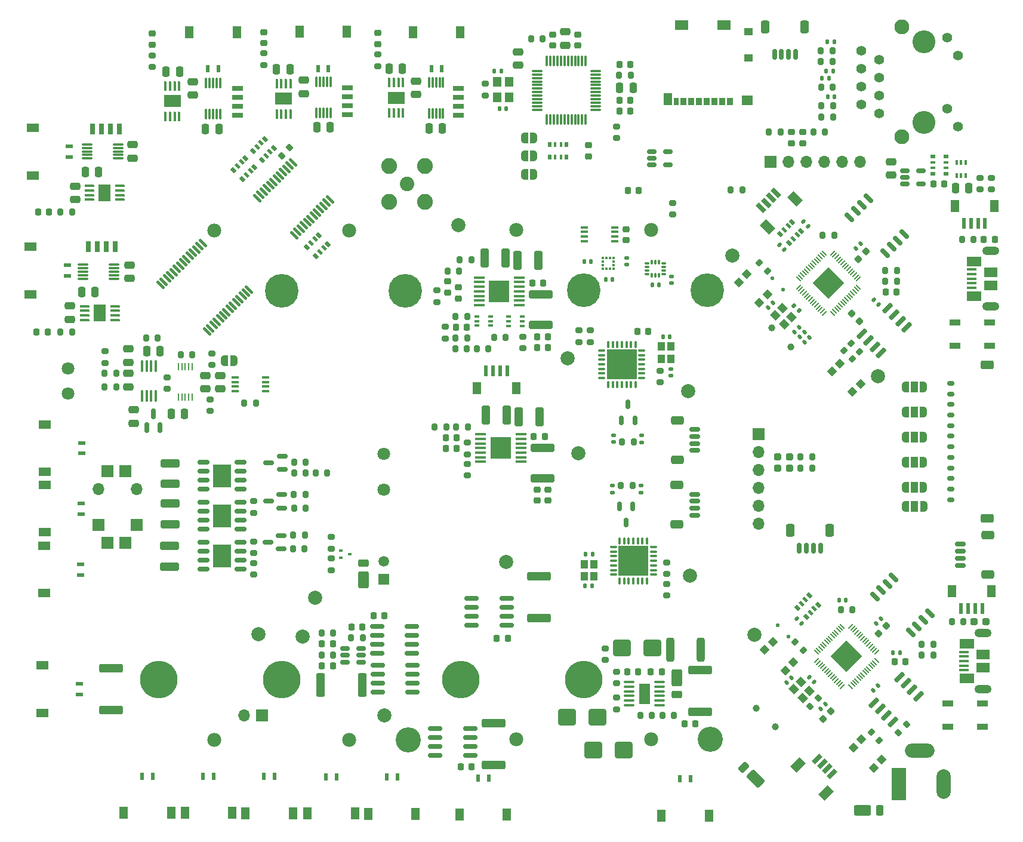
<source format=gbr>
%TF.GenerationSoftware,KiCad,Pcbnew,8.0.2-1*%
%TF.CreationDate,2024-05-28T14:08:19-07:00*%
%TF.ProjectId,flat_sat_dev_board,666c6174-5f73-4617-945f-6465765f626f,rev?*%
%TF.SameCoordinates,Original*%
%TF.FileFunction,Soldermask,Top*%
%TF.FilePolarity,Negative*%
%FSLAX46Y46*%
G04 Gerber Fmt 4.6, Leading zero omitted, Abs format (unit mm)*
G04 Created by KiCad (PCBNEW 8.0.2-1) date 2024-05-28 14:08:19*
%MOMM*%
%LPD*%
G01*
G04 APERTURE LIST*
G04 Aperture macros list*
%AMRoundRect*
0 Rectangle with rounded corners*
0 $1 Rounding radius*
0 $2 $3 $4 $5 $6 $7 $8 $9 X,Y pos of 4 corners*
0 Add a 4 corners polygon primitive as box body*
4,1,4,$2,$3,$4,$5,$6,$7,$8,$9,$2,$3,0*
0 Add four circle primitives for the rounded corners*
1,1,$1+$1,$2,$3*
1,1,$1+$1,$4,$5*
1,1,$1+$1,$6,$7*
1,1,$1+$1,$8,$9*
0 Add four rect primitives between the rounded corners*
20,1,$1+$1,$2,$3,$4,$5,0*
20,1,$1+$1,$4,$5,$6,$7,0*
20,1,$1+$1,$6,$7,$8,$9,0*
20,1,$1+$1,$8,$9,$2,$3,0*%
%AMRotRect*
0 Rectangle, with rotation*
0 The origin of the aperture is its center*
0 $1 length*
0 $2 width*
0 $3 Rotation angle, in degrees counterclockwise*
0 Add horizontal line*
21,1,$1,$2,0,0,$3*%
%AMFreePoly0*
4,1,19,0.550000,-0.750000,0.000000,-0.750000,0.000000,-0.744911,-0.071157,-0.744911,-0.207708,-0.704816,-0.327430,-0.627875,-0.420627,-0.520320,-0.479746,-0.390866,-0.500000,-0.250000,-0.500000,0.250000,-0.479746,0.390866,-0.420627,0.520320,-0.327430,0.627875,-0.207708,0.704816,-0.071157,0.744911,0.000000,0.744911,0.000000,0.750000,0.550000,0.750000,0.550000,-0.750000,0.550000,-0.750000,
$1*%
%AMFreePoly1*
4,1,19,0.000000,0.744911,0.071157,0.744911,0.207708,0.704816,0.327430,0.627875,0.420627,0.520320,0.479746,0.390866,0.500000,0.250000,0.500000,-0.250000,0.479746,-0.390866,0.420627,-0.520320,0.327430,-0.627875,0.207708,-0.704816,0.071157,-0.744911,0.000000,-0.744911,0.000000,-0.750000,-0.550000,-0.750000,-0.550000,0.750000,0.000000,0.750000,0.000000,0.744911,0.000000,0.744911,
$1*%
%AMFreePoly2*
4,1,19,0.500000,-0.750000,0.000000,-0.750000,0.000000,-0.744911,-0.071157,-0.744911,-0.207708,-0.704816,-0.327430,-0.627875,-0.420627,-0.520320,-0.479746,-0.390866,-0.500000,-0.250000,-0.500000,0.250000,-0.479746,0.390866,-0.420627,0.520320,-0.327430,0.627875,-0.207708,0.704816,-0.071157,0.744911,0.000000,0.744911,0.000000,0.750000,0.500000,0.750000,0.500000,-0.750000,0.500000,-0.750000,
$1*%
%AMFreePoly3*
4,1,19,0.000000,0.744911,0.071157,0.744911,0.207708,0.704816,0.327430,0.627875,0.420627,0.520320,0.479746,0.390866,0.500000,0.250000,0.500000,-0.250000,0.479746,-0.390866,0.420627,-0.520320,0.327430,-0.627875,0.207708,-0.704816,0.071157,-0.744911,0.000000,-0.744911,0.000000,-0.750000,-0.500000,-0.750000,-0.500000,0.750000,0.000000,0.750000,0.000000,0.744911,0.000000,0.744911,
$1*%
G04 Aperture macros list end*
%ADD10FreePoly0,180.000000*%
%ADD11R,1.000000X1.500000*%
%ADD12FreePoly1,180.000000*%
%ADD13RoundRect,0.250000X-1.000000X-0.900000X1.000000X-0.900000X1.000000X0.900000X-1.000000X0.900000X0*%
%ADD14RoundRect,0.225000X-0.225000X-0.250000X0.225000X-0.250000X0.225000X0.250000X-0.225000X0.250000X0*%
%ADD15RoundRect,0.150000X0.150000X0.625000X-0.150000X0.625000X-0.150000X-0.625000X0.150000X-0.625000X0*%
%ADD16RoundRect,0.250000X0.350000X0.650000X-0.350000X0.650000X-0.350000X-0.650000X0.350000X-0.650000X0*%
%ADD17RoundRect,0.140000X-0.219203X-0.021213X-0.021213X-0.219203X0.219203X0.021213X0.021213X0.219203X0*%
%ADD18RoundRect,0.200000X-0.335876X-0.053033X-0.053033X-0.335876X0.335876X0.053033X0.053033X0.335876X0*%
%ADD19RoundRect,0.050800X-0.636396X0.000000X0.000000X-0.636396X0.636396X0.000000X0.000000X0.636396X0*%
%ADD20RoundRect,0.200000X0.275000X-0.200000X0.275000X0.200000X-0.275000X0.200000X-0.275000X-0.200000X0*%
%ADD21RoundRect,0.140000X-0.021213X0.219203X-0.219203X0.021213X0.021213X-0.219203X0.219203X-0.021213X0*%
%ADD22R,0.600000X1.000000*%
%ADD23R,1.250000X1.800000*%
%ADD24FreePoly2,0.000000*%
%ADD25FreePoly3,0.000000*%
%ADD26C,2.000000*%
%ADD27C,1.800000*%
%ADD28RoundRect,0.140000X0.140000X0.170000X-0.140000X0.170000X-0.140000X-0.170000X0.140000X-0.170000X0*%
%ADD29RoundRect,0.218750X-0.256250X0.218750X-0.256250X-0.218750X0.256250X-0.218750X0.256250X0.218750X0*%
%ADD30RoundRect,0.200000X-0.275000X0.200000X-0.275000X-0.200000X0.275000X-0.200000X0.275000X0.200000X0*%
%ADD31RoundRect,0.100000X0.225000X0.100000X-0.225000X0.100000X-0.225000X-0.100000X0.225000X-0.100000X0*%
%ADD32RoundRect,0.200000X-0.200000X-0.275000X0.200000X-0.275000X0.200000X0.275000X-0.200000X0.275000X0*%
%ADD33R,1.000000X0.600000*%
%ADD34R,1.800000X1.250000*%
%ADD35RoundRect,0.150000X-0.825000X-0.150000X0.825000X-0.150000X0.825000X0.150000X-0.825000X0.150000X0*%
%ADD36RoundRect,0.140000X-0.170000X0.140000X-0.170000X-0.140000X0.170000X-0.140000X0.170000X0.140000X0*%
%ADD37RoundRect,0.250000X0.950000X0.500000X-0.950000X0.500000X-0.950000X-0.500000X0.950000X-0.500000X0*%
%ADD38RoundRect,0.250000X0.275000X0.500000X-0.275000X0.500000X-0.275000X-0.500000X0.275000X-0.500000X0*%
%ADD39RoundRect,0.100000X0.155000X0.100000X-0.155000X0.100000X-0.155000X-0.100000X0.155000X-0.100000X0*%
%ADD40RoundRect,0.200000X0.335876X0.053033X0.053033X0.335876X-0.335876X-0.053033X-0.053033X-0.335876X0*%
%ADD41RoundRect,0.075000X0.437500X0.075000X-0.437500X0.075000X-0.437500X-0.075000X0.437500X-0.075000X0*%
%ADD42RoundRect,0.075000X0.075000X0.437500X-0.075000X0.437500X-0.075000X-0.437500X0.075000X-0.437500X0*%
%ADD43R,4.250000X4.250000*%
%ADD44RoundRect,0.225000X0.250000X-0.225000X0.250000X0.225000X-0.250000X0.225000X-0.250000X-0.225000X0*%
%ADD45RoundRect,0.150000X0.662500X0.150000X-0.662500X0.150000X-0.662500X-0.150000X0.662500X-0.150000X0*%
%ADD46R,2.514000X3.200000*%
%ADD47R,3.000000X3.100000*%
%ADD48RoundRect,0.100000X-0.687500X-0.100000X0.687500X-0.100000X0.687500X0.100000X-0.687500X0.100000X0*%
%ADD49RoundRect,0.150000X0.512500X0.150000X-0.512500X0.150000X-0.512500X-0.150000X0.512500X-0.150000X0*%
%ADD50RoundRect,0.150000X-0.150000X-0.625000X0.150000X-0.625000X0.150000X0.625000X-0.150000X0.625000X0*%
%ADD51RoundRect,0.250000X-0.350000X-0.650000X0.350000X-0.650000X0.350000X0.650000X-0.350000X0.650000X0*%
%ADD52RoundRect,0.140000X-0.140000X-0.170000X0.140000X-0.170000X0.140000X0.170000X-0.140000X0.170000X0*%
%ADD53R,2.360000X1.730000*%
%ADD54RoundRect,0.087500X0.087500X-0.587500X0.087500X0.587500X-0.087500X0.587500X-0.087500X-0.587500X0*%
%ADD55RoundRect,0.250000X-0.250000X-0.475000X0.250000X-0.475000X0.250000X0.475000X-0.250000X0.475000X0*%
%ADD56RoundRect,0.150000X0.587500X0.150000X-0.587500X0.150000X-0.587500X-0.150000X0.587500X-0.150000X0*%
%ADD57RoundRect,0.140000X0.219203X0.021213X0.021213X0.219203X-0.219203X-0.021213X-0.021213X-0.219203X0*%
%ADD58RoundRect,0.225000X0.225000X0.250000X-0.225000X0.250000X-0.225000X-0.250000X0.225000X-0.250000X0*%
%ADD59RoundRect,0.135000X0.226274X0.035355X0.035355X0.226274X-0.226274X-0.035355X-0.035355X-0.226274X0*%
%ADD60RotRect,0.800000X0.500000X315.000000*%
%ADD61RotRect,0.800000X0.400000X315.000000*%
%ADD62RoundRect,0.250000X1.425000X-0.362500X1.425000X0.362500X-1.425000X0.362500X-1.425000X-0.362500X0*%
%ADD63RoundRect,0.150000X0.150000X-0.512500X0.150000X0.512500X-0.150000X0.512500X-0.150000X-0.512500X0*%
%ADD64RoundRect,0.100000X-0.225000X-0.100000X0.225000X-0.100000X0.225000X0.100000X-0.225000X0.100000X0*%
%ADD65R,1.100000X0.400000*%
%ADD66R,0.850000X1.100000*%
%ADD67R,0.750000X1.100000*%
%ADD68R,1.200000X1.000000*%
%ADD69R,1.550000X1.350000*%
%ADD70R,1.900000X1.350000*%
%ADD71R,1.170000X1.800000*%
%ADD72RoundRect,0.075000X0.662500X0.075000X-0.662500X0.075000X-0.662500X-0.075000X0.662500X-0.075000X0*%
%ADD73RoundRect,0.075000X0.075000X0.662500X-0.075000X0.662500X-0.075000X-0.662500X0.075000X-0.662500X0*%
%ADD74RoundRect,0.075000X0.075000X-0.650000X0.075000X0.650000X-0.075000X0.650000X-0.075000X-0.650000X0*%
%ADD75RoundRect,0.150000X-0.565685X0.353553X0.353553X-0.565685X0.565685X-0.353553X-0.353553X0.565685X0*%
%ADD76RoundRect,0.225000X0.017678X-0.335876X0.335876X-0.017678X-0.017678X0.335876X-0.335876X0.017678X0*%
%ADD77RoundRect,0.150000X0.406586X0.618718X-0.618718X-0.406586X-0.406586X-0.618718X0.618718X0.406586X0*%
%ADD78RoundRect,0.218750X-0.218750X-0.256250X0.218750X-0.256250X0.218750X0.256250X-0.218750X0.256250X0*%
%ADD79RoundRect,0.250000X1.000000X0.900000X-1.000000X0.900000X-1.000000X-0.900000X1.000000X-0.900000X0*%
%ADD80RoundRect,0.140000X0.021213X-0.219203X0.219203X-0.021213X-0.021213X0.219203X-0.219203X0.021213X0*%
%ADD81RoundRect,0.225000X-0.250000X0.225000X-0.250000X-0.225000X0.250000X-0.225000X0.250000X0.225000X0*%
%ADD82RoundRect,0.200000X0.200000X0.275000X-0.200000X0.275000X-0.200000X-0.275000X0.200000X-0.275000X0*%
%ADD83RoundRect,0.237500X0.287500X0.237500X-0.287500X0.237500X-0.287500X-0.237500X0.287500X-0.237500X0*%
%ADD84RoundRect,0.250000X-0.475000X0.250000X-0.475000X-0.250000X0.475000X-0.250000X0.475000X0.250000X0*%
%ADD85RoundRect,0.075000X0.650000X0.075000X-0.650000X0.075000X-0.650000X-0.075000X0.650000X-0.075000X0*%
%ADD86RoundRect,0.150000X0.625000X-0.150000X0.625000X0.150000X-0.625000X0.150000X-0.625000X-0.150000X0*%
%ADD87RoundRect,0.250000X0.650000X-0.350000X0.650000X0.350000X-0.650000X0.350000X-0.650000X-0.350000X0*%
%ADD88RotRect,0.800000X0.500000X135.000000*%
%ADD89RotRect,0.800000X0.400000X135.000000*%
%ADD90R,1.600000X0.700000*%
%ADD91RoundRect,0.250000X0.475000X-0.250000X0.475000X0.250000X-0.475000X0.250000X-0.475000X-0.250000X0*%
%ADD92RoundRect,0.225000X-0.017678X0.335876X-0.335876X0.017678X0.017678X-0.335876X0.335876X-0.017678X0*%
%ADD93R,0.375000X0.350000*%
%ADD94R,0.350000X0.375000*%
%ADD95RoundRect,0.100000X-0.625000X-0.100000X0.625000X-0.100000X0.625000X0.100000X-0.625000X0.100000X0*%
%ADD96R,1.650000X2.850000*%
%ADD97R,1.700000X1.700000*%
%ADD98O,1.700000X1.700000*%
%ADD99R,1.730000X2.360000*%
%ADD100RoundRect,0.087500X0.587500X0.087500X-0.587500X0.087500X-0.587500X-0.087500X0.587500X-0.087500X0*%
%ADD101RoundRect,0.250000X-0.325000X-1.100000X0.325000X-1.100000X0.325000X1.100000X-0.325000X1.100000X0*%
%ADD102RoundRect,0.250000X-0.312500X-1.450000X0.312500X-1.450000X0.312500X1.450000X-0.312500X1.450000X0*%
%ADD103R,0.700000X1.600000*%
%ADD104R,0.600000X1.550000*%
%ADD105R,1.200000X1.800000*%
%ADD106RoundRect,0.250000X-1.450000X0.312500X-1.450000X-0.312500X1.450000X-0.312500X1.450000X0.312500X0*%
%ADD107RoundRect,0.125000X-0.176777X0.000000X0.000000X-0.176777X0.176777X0.000000X0.000000X0.176777X0*%
%ADD108R,0.800000X0.500000*%
%ADD109R,0.800000X0.400000*%
%ADD110RoundRect,0.250000X-0.362500X-1.425000X0.362500X-1.425000X0.362500X1.425000X-0.362500X1.425000X0*%
%ADD111RoundRect,0.250000X-1.425000X0.362500X-1.425000X-0.362500X1.425000X-0.362500X1.425000X0.362500X0*%
%ADD112R,1.500000X0.900000*%
%ADD113R,1.200000X1.400000*%
%ADD114RoundRect,0.200000X-0.053033X0.335876X-0.335876X0.053033X0.053033X-0.335876X0.335876X-0.053033X0*%
%ADD115R,1.380000X0.450000*%
%ADD116O,2.416000X1.208000*%
%ADD117R,2.100000X1.475000*%
%ADD118R,1.900000X1.375000*%
%ADD119RoundRect,0.140000X0.170000X-0.140000X0.170000X0.140000X-0.170000X0.140000X-0.170000X-0.140000X0*%
%ADD120RoundRect,0.250000X-1.100000X0.325000X-1.100000X-0.325000X1.100000X-0.325000X1.100000X0.325000X0*%
%ADD121RoundRect,0.087500X-0.225000X-0.087500X0.225000X-0.087500X0.225000X0.087500X-0.225000X0.087500X0*%
%ADD122RoundRect,0.087500X-0.087500X-0.225000X0.087500X-0.225000X0.087500X0.225000X-0.087500X0.225000X0*%
%ADD123R,1.508000X1.508000*%
%ADD124C,1.508000*%
%ADD125RoundRect,0.250000X0.500000X-0.950000X0.500000X0.950000X-0.500000X0.950000X-0.500000X-0.950000X0*%
%ADD126RoundRect,0.250000X0.500000X-0.275000X0.500000X0.275000X-0.500000X0.275000X-0.500000X-0.275000X0*%
%ADD127RoundRect,0.218750X0.218750X0.256250X-0.218750X0.256250X-0.218750X-0.256250X0.218750X-0.256250X0*%
%ADD128R,0.250000X1.100000*%
%ADD129RoundRect,0.150000X-0.512500X-0.150000X0.512500X-0.150000X0.512500X0.150000X-0.512500X0.150000X0*%
%ADD130RoundRect,0.075000X-0.437500X-0.075000X0.437500X-0.075000X0.437500X0.075000X-0.437500X0.075000X0*%
%ADD131RoundRect,0.075000X-0.075000X-0.437500X0.075000X-0.437500X0.075000X0.437500X-0.075000X0.437500X0*%
%ADD132RoundRect,0.125000X0.176777X0.000000X0.000000X0.176777X-0.176777X0.000000X0.000000X-0.176777X0*%
%ADD133RoundRect,0.150000X0.150000X-0.587500X0.150000X0.587500X-0.150000X0.587500X-0.150000X-0.587500X0*%
%ADD134RoundRect,0.250000X0.250000X0.475000X-0.250000X0.475000X-0.250000X-0.475000X0.250000X-0.475000X0*%
%ADD135RoundRect,0.225000X-0.335876X-0.017678X-0.017678X-0.335876X0.335876X0.017678X0.017678X0.335876X0*%
%ADD136RoundRect,0.250000X-1.025305X0.318198X0.318198X-1.025305X1.025305X-0.318198X-0.318198X1.025305X0*%
%ADD137RoundRect,0.250000X-0.548008X-0.159099X-0.159099X-0.548008X0.548008X0.159099X0.159099X0.548008X0*%
%ADD138RoundRect,0.150000X-0.150000X0.512500X-0.150000X-0.512500X0.150000X-0.512500X0.150000X0.512500X0*%
%ADD139RoundRect,0.050000X-0.309359X0.238649X0.238649X-0.309359X0.309359X-0.238649X-0.238649X0.309359X0*%
%ADD140RoundRect,0.050000X-0.309359X-0.238649X-0.238649X-0.309359X0.309359X0.238649X0.238649X0.309359X0*%
%ADD141RotRect,3.200000X3.200000X315.000000*%
%ADD142R,1.000000X1.150000*%
%ADD143RoundRect,0.100000X0.100000X-0.712500X0.100000X0.712500X-0.100000X0.712500X-0.100000X-0.712500X0*%
%ADD144RoundRect,0.150000X0.350000X-0.150000X0.350000X0.150000X-0.350000X0.150000X-0.350000X-0.150000X0*%
%ADD145RoundRect,0.250000X0.650000X-0.375000X0.650000X0.375000X-0.650000X0.375000X-0.650000X-0.375000X0*%
%ADD146RoundRect,0.250000X-0.500000X0.950000X-0.500000X-0.950000X0.500000X-0.950000X0.500000X0.950000X0*%
%ADD147RoundRect,0.250000X-0.500000X0.275000X-0.500000X-0.275000X0.500000X-0.275000X0.500000X0.275000X0*%
%ADD148R,0.500000X0.800000*%
%ADD149R,0.400000X0.800000*%
%ADD150RoundRect,0.100000X-0.100000X0.225000X-0.100000X-0.225000X0.100000X-0.225000X0.100000X0.225000X0*%
%ADD151RoundRect,0.100000X-0.521491X0.380070X0.380070X-0.521491X0.521491X-0.380070X-0.380070X0.521491X0*%
%ADD152R,2.000000X4.600000*%
%ADD153O,2.000000X4.200000*%
%ADD154O,4.200000X2.000000*%
%ADD155RotRect,1.150000X1.000000X315.000000*%
%ADD156RoundRect,0.250000X0.325000X1.100000X-0.325000X1.100000X-0.325000X-1.100000X0.325000X-1.100000X0*%
%ADD157RotRect,0.600000X1.550000X225.000000*%
%ADD158RotRect,1.200000X1.800000X225.000000*%
%ADD159RotRect,0.600000X1.550000X135.000000*%
%ADD160RotRect,1.200000X1.800000X135.000000*%
%ADD161C,3.251200*%
%ADD162C,1.397000*%
%ADD163C,2.108200*%
%ADD164C,4.770000*%
%ADD165C,5.325000*%
%ADD166C,3.570000*%
%ADD167C,1.980000*%
%ADD168C,1.000000*%
%ADD169C,2.050000*%
%ADD170C,2.250000*%
G04 APERTURE END LIST*
D10*
%TO.C,JP2*%
X204275000Y-96150000D03*
D11*
X202975000Y-96150000D03*
D12*
X201675000Y-96150000D03*
%TD*%
D13*
%TO.C,D8*%
X157452817Y-136971446D03*
X161752817Y-136971446D03*
%TD*%
D14*
%TO.C,C67*%
X138627817Y-139363946D03*
X140177817Y-139363946D03*
%TD*%
D15*
%TO.C,J8*%
X186125000Y-38325000D03*
X185125000Y-38325000D03*
X184125000Y-38325000D03*
X183125000Y-38325000D03*
D16*
X187425000Y-34450000D03*
X181825000Y-34450000D03*
%TD*%
D17*
%TO.C,C77*%
X188110589Y-126685589D03*
X188789411Y-127364411D03*
%TD*%
D18*
%TO.C,R5*%
X194041637Y-79316637D03*
X195208363Y-80483363D03*
%TD*%
D19*
%TO.C,SW4*%
X198355508Y-138386395D03*
X195456371Y-135487258D03*
X197224137Y-139517766D03*
X194325000Y-136618629D03*
%TD*%
D20*
%TO.C,R86*%
X136452817Y-78633946D03*
X136452817Y-76983946D03*
%TD*%
D21*
%TO.C,C88*%
X190389411Y-130435589D03*
X189710589Y-131114411D03*
%TD*%
D22*
%TO.C,J17*%
X93432817Y-140718946D03*
X94932817Y-140718946D03*
D23*
X90827817Y-145908946D03*
X97537817Y-145908946D03*
%TD*%
D24*
%TO.C,JP8*%
X147675002Y-55412500D03*
D25*
X148975000Y-55412500D03*
%TD*%
D20*
%TO.C,FB2*%
X160750000Y-50212500D03*
X160750000Y-48562500D03*
%TD*%
D26*
%TO.C,TP10*%
X109902817Y-120571446D03*
%TD*%
D14*
%TO.C,C92*%
X137952817Y-77058946D03*
X139502817Y-77058946D03*
%TD*%
D27*
%TO.C,J34*%
X82877817Y-86421446D03*
X82877817Y-82921446D03*
%TD*%
D28*
%TO.C,C4*%
X190855000Y-41725000D03*
X189895000Y-41725000D03*
%TD*%
D29*
%TO.C,D18*%
X126850000Y-35337499D03*
X126850000Y-36912501D03*
%TD*%
D28*
%TO.C,C6*%
X191605000Y-36575000D03*
X190645000Y-36575000D03*
%TD*%
D30*
%TO.C,R88*%
X147452817Y-78383946D03*
X147452817Y-80033946D03*
%TD*%
D31*
%TO.C,Q11*%
X142827817Y-76821446D03*
X142827816Y-76171446D03*
X142827817Y-75521446D03*
X140927817Y-75521446D03*
X140927818Y-76171446D03*
X140927817Y-76821446D03*
%TD*%
D32*
%TO.C,R53*%
X114992501Y-96200000D03*
X116642501Y-96200000D03*
%TD*%
D19*
%TO.C,SW1*%
X182115254Y-72433883D03*
X179216117Y-69534746D03*
X180983883Y-73565254D03*
X178084746Y-70666117D03*
%TD*%
D33*
%TO.C,J26*%
X84827501Y-93450000D03*
X84827501Y-94950000D03*
D34*
X79637500Y-90845000D03*
X79637500Y-97555000D03*
%TD*%
D19*
%TO.C,SW3*%
X185790254Y-124577512D03*
X182891117Y-121678375D03*
X184658883Y-125708883D03*
X181759746Y-122809746D03*
%TD*%
D35*
%TO.C,Q8*%
X126777817Y-119506446D03*
X126777817Y-120776446D03*
X126777817Y-122046446D03*
X126777817Y-123316446D03*
X131727817Y-123316446D03*
X131727817Y-122046446D03*
X131727817Y-120776446D03*
X131727817Y-119506446D03*
%TD*%
D36*
%TO.C,C16*%
X168550000Y-69845000D03*
X168550000Y-70805000D03*
%TD*%
D37*
%TO.C,D9*%
X195650000Y-145575000D03*
D38*
X198025000Y-145575000D03*
%TD*%
D26*
%TO.C,TP9*%
X117977817Y-115396446D03*
%TD*%
D39*
%TO.C,Q2*%
X121625001Y-108700000D03*
X121625001Y-109700000D03*
X122915001Y-109200000D03*
%TD*%
D29*
%TO.C,D20*%
X94900000Y-35437499D03*
X94900000Y-37012501D03*
%TD*%
D24*
%TO.C,JP9*%
X147675005Y-52762499D03*
D25*
X148975003Y-52762499D03*
%TD*%
D35*
%TO.C,U19*%
X135002817Y-133908946D03*
X135002817Y-135178946D03*
X135002817Y-136448946D03*
X135002817Y-137718946D03*
X139952817Y-137718946D03*
X139952817Y-136448946D03*
X139952817Y-135178946D03*
X139952817Y-133908946D03*
%TD*%
D40*
%TO.C,R69*%
X187233363Y-122876992D03*
X186066637Y-121710266D03*
%TD*%
D30*
%TO.C,R33*%
X120300001Y-109825000D03*
X120300001Y-111475000D03*
%TD*%
D32*
%TO.C,R81*%
X137902817Y-78583946D03*
X139552817Y-78583946D03*
%TD*%
D21*
%TO.C,C2*%
X182939411Y-73560589D03*
X182260589Y-74239411D03*
%TD*%
D14*
%TO.C,C46*%
X162267817Y-125911446D03*
X163817817Y-125911446D03*
%TD*%
D22*
%TO.C,J22*%
X128132817Y-140831446D03*
X129632817Y-140831446D03*
D23*
X125527817Y-146021446D03*
X132237817Y-146021446D03*
%TD*%
D41*
%TO.C,U24*%
X165942500Y-112120000D03*
X165942500Y-111470000D03*
X165942500Y-110820000D03*
X165942500Y-110170000D03*
X165942500Y-109520000D03*
X165942500Y-108870000D03*
X165942500Y-108220000D03*
D42*
X165055000Y-107332500D03*
X164405000Y-107332500D03*
X163755000Y-107332500D03*
X163105000Y-107332500D03*
X162455000Y-107332500D03*
X161805000Y-107332500D03*
X161155000Y-107332500D03*
D41*
X160267500Y-108220000D03*
X160267500Y-108870000D03*
X160267500Y-109520000D03*
X160267500Y-110170000D03*
X160267500Y-110820000D03*
X160267500Y-111470000D03*
X160267500Y-112120000D03*
D42*
X161155000Y-113007500D03*
X161805000Y-113007500D03*
X162455000Y-113007500D03*
X163105000Y-113007500D03*
X163755000Y-113007500D03*
X164405000Y-113007500D03*
X165055000Y-113007500D03*
D43*
X163105000Y-110170000D03*
%TD*%
D44*
%TO.C,C50*%
X151027817Y-101608946D03*
X151027817Y-100058946D03*
%TD*%
D30*
%TO.C,R35*%
X160717817Y-125886446D03*
X160717817Y-127536446D03*
%TD*%
D14*
%TO.C,C57*%
X123127817Y-119521446D03*
X124677817Y-119521446D03*
%TD*%
%TO.C,C32*%
X163650000Y-77625000D03*
X165200000Y-77625000D03*
%TD*%
D32*
%TO.C,R14*%
X188650000Y-49399999D03*
X190300000Y-49399999D03*
%TD*%
D45*
%TO.C,Q10*%
X107380001Y-100005000D03*
X107380000Y-98735000D03*
X107380000Y-97465000D03*
X107380001Y-96195000D03*
X102104999Y-96195000D03*
X102105000Y-97465000D03*
X102105000Y-98735000D03*
X102104999Y-100005000D03*
D46*
X104742500Y-98100000D03*
%TD*%
D30*
%TO.C,R45*%
X109262500Y-107425000D03*
X109262500Y-109075000D03*
%TD*%
D47*
%TO.C,U25*%
X144090317Y-71958946D03*
D48*
X141227817Y-70008946D03*
X141227817Y-70658946D03*
X141227817Y-71308946D03*
X141227817Y-71958946D03*
X141227817Y-72608946D03*
X141227817Y-73258946D03*
X141227817Y-73908946D03*
X146952817Y-73908946D03*
X146952817Y-73258946D03*
X146952817Y-72608946D03*
X146952817Y-71958946D03*
X146952817Y-71308946D03*
X146952817Y-70658946D03*
X146952817Y-70008946D03*
%TD*%
D44*
%TO.C,C17*%
X155250000Y-37112500D03*
X155250000Y-35562500D03*
%TD*%
D49*
%TO.C,U14*%
X124477817Y-124521445D03*
X124477817Y-123571446D03*
X124477817Y-122621447D03*
X122202817Y-122621447D03*
X122202817Y-123571446D03*
X122202817Y-124521445D03*
%TD*%
D28*
%TO.C,C3*%
X191430000Y-40700000D03*
X190470000Y-40700000D03*
%TD*%
D50*
%TO.C,J32*%
X186675000Y-108350000D03*
X187675000Y-108350000D03*
X188675000Y-108350000D03*
X189675000Y-108350000D03*
D51*
X185375000Y-105825000D03*
X190975000Y-105825000D03*
%TD*%
D32*
%TO.C,R55*%
X118890317Y-120408946D03*
X120540317Y-120408946D03*
%TD*%
D52*
%TO.C,C87*%
X192320000Y-115775000D03*
X193280000Y-115775000D03*
%TD*%
D36*
%TO.C,C27*%
X162207500Y-67227500D03*
X162207500Y-68187500D03*
%TD*%
D14*
%TO.C,C68*%
X143727817Y-121196446D03*
X145277817Y-121196446D03*
%TD*%
D20*
%TO.C,R66*%
X96952817Y-85771445D03*
X96952817Y-84121445D03*
%TD*%
D14*
%TO.C,C71*%
X149452817Y-78408946D03*
X151002817Y-78408946D03*
%TD*%
D53*
%TO.C,U28*%
X129465000Y-44520000D03*
D54*
X128490000Y-46695000D03*
X129140000Y-46695000D03*
X129790000Y-46695000D03*
X130440000Y-46695000D03*
X130440000Y-42345000D03*
X129790000Y-42345000D03*
X129140000Y-42345000D03*
X128490000Y-42345000D03*
%TD*%
D10*
%TO.C,JP3*%
X204275000Y-92600000D03*
D11*
X202975000Y-92600000D03*
D12*
X201675000Y-92600000D03*
%TD*%
D55*
%TO.C,C66*%
X94077818Y-80421446D03*
X95977816Y-80421446D03*
%TD*%
D21*
%TO.C,C7*%
X195389411Y-65185589D03*
X194710589Y-65864411D03*
%TD*%
D56*
%TO.C,Q3*%
X113250000Y-102675000D03*
X113250000Y-100775000D03*
X111374999Y-101725000D03*
%TD*%
D57*
%TO.C,C10*%
X187903822Y-62703822D03*
X187225000Y-62025000D03*
%TD*%
D55*
%TO.C,C97*%
X134125000Y-48875000D03*
X136025000Y-48875000D03*
%TD*%
D58*
%TO.C,C53*%
X150527817Y-92583946D03*
X148977817Y-92583946D03*
%TD*%
D14*
%TO.C,C45*%
X205650001Y-56750000D03*
X207200001Y-56750000D03*
%TD*%
D58*
%TO.C,C60*%
X138027817Y-92708946D03*
X136477817Y-92708946D03*
%TD*%
D59*
%TO.C,R3*%
X186635624Y-74710624D03*
X185914376Y-73989376D03*
%TD*%
D33*
%TO.C,J39*%
X83099999Y-51400000D03*
X83099999Y-52900000D03*
D34*
X77909998Y-48795000D03*
X77909998Y-55505000D03*
%TD*%
D60*
%TO.C,R94*%
X118498483Y-63977720D03*
D61*
X117932798Y-64543405D03*
X117367112Y-65109091D03*
D60*
X116801427Y-65674776D03*
X118074219Y-66947568D03*
D61*
X118639904Y-66381883D03*
X119205590Y-65816197D03*
D60*
X119771275Y-65250512D03*
%TD*%
D14*
%TO.C,C19*%
X161125000Y-44862500D03*
X162675000Y-44862500D03*
%TD*%
D35*
%TO.C,U20*%
X140177817Y-115516446D03*
X140177817Y-116786446D03*
X140177817Y-118056446D03*
X140177817Y-119326446D03*
X145127817Y-119326446D03*
X145127817Y-118056446D03*
X145127817Y-116786446D03*
X145127817Y-115516446D03*
%TD*%
D62*
%TO.C,R46*%
X172592817Y-131548946D03*
X172592817Y-125623946D03*
%TD*%
D55*
%TO.C,C96*%
X128475000Y-40350000D03*
X130375000Y-40350000D03*
%TD*%
D63*
%TO.C,D5*%
X161412500Y-90275000D03*
X163312500Y-90275000D03*
X162362500Y-88000000D03*
%TD*%
D36*
%TO.C,C30*%
X164325000Y-92390000D03*
X164325000Y-93350000D03*
%TD*%
D64*
%TO.C,Q12*%
X145427817Y-75558946D03*
X145427817Y-76208946D03*
X145427817Y-76858946D03*
X147327817Y-76858946D03*
X147327817Y-76208946D03*
X147327817Y-75558946D03*
%TD*%
D32*
%TO.C,FB3*%
X94002817Y-78596446D03*
X95652817Y-78596446D03*
%TD*%
%TO.C,R85*%
X140902817Y-80133946D03*
X142552817Y-80133946D03*
%TD*%
D52*
%TO.C,C28*%
X159177500Y-70282500D03*
X160137500Y-70282500D03*
%TD*%
D28*
%TO.C,C41*%
X157112500Y-67732500D03*
X156152500Y-67732500D03*
%TD*%
D65*
%TO.C,IC3*%
X106602816Y-84171445D03*
X106602816Y-84821446D03*
X106602816Y-85471446D03*
X106602816Y-86121447D03*
X110902816Y-86121447D03*
X110902816Y-85471446D03*
X110902816Y-84821446D03*
X110902816Y-84171445D03*
%TD*%
D66*
%TO.C,J4*%
X176830001Y-45025000D03*
X175730000Y-45025000D03*
X174630001Y-45025000D03*
X173530000Y-45025000D03*
X172430000Y-45025000D03*
X171330000Y-45025000D03*
X170230000Y-45025000D03*
D67*
X169180000Y-45025000D03*
D68*
X179465000Y-38875000D03*
X179465000Y-35175000D03*
D69*
X179290000Y-44900000D03*
D70*
X175965000Y-34200000D03*
X169995000Y-34200000D03*
D71*
X167970000Y-44675000D03*
%TD*%
D72*
%TO.C,U6*%
X157762500Y-46212500D03*
X157762500Y-45712500D03*
X157762500Y-45212500D03*
X157762500Y-44712499D03*
X157762500Y-44212500D03*
X157762500Y-43712500D03*
X157762500Y-43212500D03*
X157762500Y-42712500D03*
X157762500Y-42212501D03*
X157762500Y-41712500D03*
X157762500Y-41212500D03*
X157762500Y-40712500D03*
D73*
X156350000Y-39300000D03*
X155850000Y-39300000D03*
X155350000Y-39300000D03*
X154849999Y-39300000D03*
X154350000Y-39300000D03*
X153850000Y-39300000D03*
X153350000Y-39300000D03*
X152850000Y-39300000D03*
X152350001Y-39300000D03*
X151850000Y-39300000D03*
X151350000Y-39300000D03*
X150850000Y-39300000D03*
D72*
X149437500Y-40712500D03*
X149437500Y-41212500D03*
X149437500Y-41712500D03*
X149437500Y-42212501D03*
X149437500Y-42712500D03*
X149437500Y-43212500D03*
X149437500Y-43712500D03*
X149437500Y-44212500D03*
X149437500Y-44712499D03*
X149437500Y-45212500D03*
X149437500Y-45712500D03*
X149437500Y-46212500D03*
D73*
X150850000Y-47625000D03*
X151350000Y-47625000D03*
X151850000Y-47625000D03*
X152350001Y-47625000D03*
X152850000Y-47625000D03*
X153350000Y-47625000D03*
X153850000Y-47625000D03*
X154350000Y-47625000D03*
X154849999Y-47625000D03*
X155350000Y-47625000D03*
X155850000Y-47625000D03*
X156350000Y-47625000D03*
%TD*%
D74*
%TO.C,U27*%
X134125000Y-46775000D03*
X134625001Y-46775000D03*
X135125000Y-46775000D03*
X135624999Y-46775000D03*
X136125000Y-46775000D03*
X136125000Y-42375000D03*
X135624999Y-42375000D03*
X135125000Y-42375000D03*
X134625001Y-42375000D03*
X134125000Y-42375000D03*
%TD*%
D26*
%TO.C,TP1*%
X177150000Y-66925000D03*
%TD*%
D75*
%TO.C,U1*%
X196451454Y-58757377D03*
X195553428Y-59655403D03*
X194655403Y-60553428D03*
X193757377Y-61451454D03*
X198848546Y-66542623D03*
X199746572Y-65644597D03*
X200644597Y-64746572D03*
X201542623Y-63848546D03*
%TD*%
D76*
%TO.C,C9*%
X195003984Y-67371016D03*
X196100000Y-66275000D03*
%TD*%
D77*
%TO.C,U21*%
X203571876Y-129348905D03*
X202673851Y-128450880D03*
X201775825Y-127552854D03*
X200877800Y-126654829D03*
X197236200Y-130296429D03*
X198134225Y-131194454D03*
X199032251Y-132092480D03*
X199930276Y-132990505D03*
%TD*%
D78*
%TO.C,D22*%
X78437500Y-77750000D03*
X80012500Y-77750000D03*
%TD*%
D58*
%TO.C,C61*%
X120490317Y-125033946D03*
X118940317Y-125033946D03*
%TD*%
D14*
%TO.C,C70*%
X149452817Y-79958946D03*
X151002817Y-79958946D03*
%TD*%
D55*
%TO.C,C100*%
X118200000Y-48700000D03*
X120100000Y-48700000D03*
%TD*%
D30*
%TO.C,FB4*%
X103102817Y-87296446D03*
X103102817Y-88946446D03*
%TD*%
D58*
%TO.C,C58*%
X138027817Y-94258946D03*
X136477817Y-94258946D03*
%TD*%
D79*
%TO.C,D6*%
X158027818Y-132371446D03*
X153727816Y-132371446D03*
%TD*%
D52*
%TO.C,C25*%
X167345000Y-78400000D03*
X168305000Y-78400000D03*
%TD*%
D80*
%TO.C,C90*%
X197110589Y-128489411D03*
X197789411Y-127810589D03*
%TD*%
D28*
%TO.C,C80*%
X200930000Y-123225000D03*
X199970000Y-123225000D03*
%TD*%
D81*
%TO.C,C91*%
X136802817Y-70558946D03*
X136802817Y-72108946D03*
%TD*%
D82*
%TO.C,R38*%
X116612500Y-100775000D03*
X114962500Y-100775000D03*
%TD*%
D83*
%TO.C,D13*%
X213174999Y-118800000D03*
X211425001Y-118800000D03*
%TD*%
D84*
%TO.C,C101*%
X100625000Y-42225001D03*
X100625000Y-44124999D03*
%TD*%
D82*
%TO.C,R96*%
X83475000Y-60725000D03*
X81825000Y-60725000D03*
%TD*%
D53*
%TO.C,U34*%
X97735000Y-44980000D03*
D54*
X96760000Y-47155000D03*
X97410000Y-47155000D03*
X98060000Y-47155000D03*
X98710000Y-47155000D03*
X98710000Y-42805000D03*
X98060000Y-42805000D03*
X97410000Y-42805000D03*
X96760000Y-42805000D03*
%TD*%
D20*
%TO.C,R36*%
X160742817Y-131236446D03*
X160742817Y-129586446D03*
%TD*%
D81*
%TO.C,C39*%
X156775000Y-51262500D03*
X156775000Y-52812500D03*
%TD*%
D14*
%TO.C,C5*%
X198900000Y-72075000D03*
X200450000Y-72075000D03*
%TD*%
D32*
%TO.C,R58*%
X208275000Y-118800000D03*
X209925000Y-118800000D03*
%TD*%
%TO.C,R12*%
X176925000Y-57575000D03*
X178575000Y-57575000D03*
%TD*%
D82*
%TO.C,R83*%
X145002817Y-78508946D03*
X143352817Y-78508946D03*
%TD*%
D32*
%TO.C,R41*%
X114987500Y-102700000D03*
X116637500Y-102700000D03*
%TD*%
D85*
%TO.C,U37*%
X89999999Y-53125000D03*
X89999999Y-52624999D03*
X89999999Y-52125000D03*
X89999999Y-51625001D03*
X89999999Y-51125000D03*
X85599999Y-51125000D03*
X85599999Y-51625001D03*
X85599999Y-52125000D03*
X85599999Y-52624999D03*
X85599999Y-53125000D03*
%TD*%
D20*
%TO.C,R82*%
X135277817Y-73458946D03*
X135277817Y-71808946D03*
%TD*%
D24*
%TO.C,JP12*%
X105127818Y-81821446D03*
D25*
X106427816Y-81821446D03*
%TD*%
D84*
%TO.C,C95*%
X132275000Y-42150001D03*
X132275000Y-44049999D03*
%TD*%
D26*
%TO.C,TP3*%
X153800000Y-81475000D03*
%TD*%
D30*
%TO.C,R25*%
X142125000Y-42537500D03*
X142125000Y-44187500D03*
%TD*%
D85*
%TO.C,U41*%
X89450000Y-70162500D03*
X89450000Y-69662499D03*
X89450000Y-69162500D03*
X89450000Y-68662501D03*
X89450000Y-68162500D03*
X85050000Y-68162500D03*
X85050000Y-68662501D03*
X85050000Y-69162500D03*
X85050000Y-69662499D03*
X85050000Y-70162500D03*
%TD*%
D24*
%TO.C,JP10*%
X147675004Y-50187500D03*
D25*
X148975002Y-50187500D03*
%TD*%
D57*
%TO.C,C13*%
X184539411Y-66064411D03*
X183860589Y-65385589D03*
%TD*%
D28*
%TO.C,C93*%
X157230000Y-113750000D03*
X156270000Y-113750000D03*
%TD*%
D86*
%TO.C,J30*%
X171825000Y-103725000D03*
X171825000Y-102725000D03*
X171825000Y-101725000D03*
X171825000Y-100725000D03*
D87*
X169300000Y-105025000D03*
X169300000Y-99425000D03*
%TD*%
D78*
%TO.C,D21*%
X78662500Y-60725000D03*
X80237500Y-60725000D03*
%TD*%
D20*
%TO.C,R52*%
X139552817Y-98083946D03*
X139552817Y-96433946D03*
%TD*%
D10*
%TO.C,JP1*%
X204275000Y-99700000D03*
D11*
X202975000Y-99700000D03*
D12*
X201675000Y-99700000D03*
%TD*%
D88*
%TO.C,R11*%
X185212868Y-65084924D03*
D89*
X185778553Y-64519239D03*
X186344239Y-63953553D03*
D88*
X186909924Y-63387868D03*
X185637132Y-62115076D03*
D89*
X185071447Y-62680761D03*
X184505761Y-63246447D03*
D88*
X183940076Y-63812132D03*
%TD*%
D32*
%TO.C,R13*%
X209725000Y-64575000D03*
X211375000Y-64575000D03*
%TD*%
%TO.C,R48*%
X123077817Y-121046446D03*
X124727817Y-121046446D03*
%TD*%
D36*
%TO.C,C84*%
X164175000Y-99525000D03*
X164175000Y-100485000D03*
%TD*%
D90*
%TO.C,U26*%
X138325000Y-43150000D03*
X138325000Y-44420000D03*
X138325000Y-45690000D03*
X138325000Y-46960000D03*
%TD*%
D82*
%TO.C,R20*%
X162725000Y-41312500D03*
X161075000Y-41312500D03*
%TD*%
D88*
%TO.C,R87*%
X187662868Y-118078553D03*
D89*
X188228553Y-117512868D03*
X188794239Y-116947182D03*
D88*
X189359924Y-116381497D03*
X188087132Y-115108705D03*
D89*
X187521447Y-115674390D03*
X186955761Y-116240076D03*
D88*
X186390076Y-116805761D03*
%TD*%
D28*
%TO.C,C12*%
X191630000Y-44350000D03*
X190670000Y-44350000D03*
%TD*%
D32*
%TO.C,R78*%
X138477817Y-67508946D03*
X140127817Y-67508946D03*
%TD*%
D30*
%TO.C,R27*%
X213925001Y-55875000D03*
X213925001Y-57525000D03*
%TD*%
D32*
%TO.C,R10*%
X189775000Y-47225000D03*
X191425000Y-47225000D03*
%TD*%
D91*
%TO.C,C63*%
X92227817Y-90671445D03*
X92227817Y-88771447D03*
%TD*%
D30*
%TO.C,R21*%
X166950000Y-83200000D03*
X166950000Y-84850000D03*
%TD*%
D26*
%TO.C,TP14*%
X171175000Y-112300000D03*
%TD*%
D20*
%TO.C,R77*%
X167875000Y-115100000D03*
X167875000Y-113450000D03*
%TD*%
D32*
%TO.C,R8*%
X189750000Y-43050000D03*
X191400000Y-43050000D03*
%TD*%
%TO.C,FB1*%
X148600000Y-36137500D03*
X150250000Y-36137500D03*
%TD*%
D92*
%TO.C,C79*%
X191100000Y-131525000D03*
X190003984Y-132621016D03*
%TD*%
D55*
%TO.C,C73*%
X97552817Y-89346446D03*
X99452815Y-89346446D03*
%TD*%
D22*
%TO.C,J20*%
X119507817Y-140818946D03*
X121007817Y-140818946D03*
D23*
X116902817Y-146008946D03*
X123612817Y-146008946D03*
%TD*%
D93*
%TO.C,U7*%
X158775000Y-67225000D03*
X158775000Y-67725000D03*
X158775000Y-68225000D03*
X158775000Y-68725000D03*
D94*
X159287500Y-68737500D03*
X159787500Y-68737500D03*
D93*
X160300000Y-68725000D03*
X160300000Y-68225000D03*
X160300000Y-67725000D03*
X160300000Y-67225000D03*
D94*
X159787500Y-67212500D03*
X159287500Y-67212500D03*
%TD*%
D32*
%TO.C,R40*%
X167217817Y-132086446D03*
X168867817Y-132086446D03*
%TD*%
D20*
%TO.C,R91*%
X110725000Y-39875000D03*
X110725000Y-38225000D03*
%TD*%
D18*
%TO.C,R1*%
X180941637Y-67941637D03*
X182108363Y-69108363D03*
%TD*%
D17*
%TO.C,C15*%
X197210589Y-73160589D03*
X197889411Y-73839411D03*
%TD*%
D20*
%TO.C,R37*%
X109262500Y-112125000D03*
X109262500Y-110475000D03*
%TD*%
D95*
%TO.C,IC4*%
X162527817Y-127371446D03*
X162527817Y-128021446D03*
X162527817Y-128671446D03*
X162527817Y-129321446D03*
X162527817Y-129971446D03*
X162527817Y-130621446D03*
X166827817Y-130621446D03*
X166827817Y-129971446D03*
X166827817Y-129321446D03*
X166827817Y-128671446D03*
X166827817Y-128021446D03*
X166827817Y-127371446D03*
D96*
X164677817Y-128996446D03*
%TD*%
D97*
%TO.C,J25*%
X180900000Y-92245000D03*
D98*
X180900000Y-94785000D03*
X180900000Y-97325000D03*
X180900000Y-99865000D03*
X180900000Y-102405000D03*
X180900000Y-104945000D03*
%TD*%
D58*
%TO.C,C56*%
X127802817Y-117921446D03*
X126252817Y-117921446D03*
%TD*%
D81*
%TO.C,C89*%
X138327817Y-71408946D03*
X138327817Y-72958946D03*
%TD*%
D82*
%TO.C,R76*%
X163000000Y-99525000D03*
X161350000Y-99525000D03*
%TD*%
D99*
%TO.C,U42*%
X87444999Y-75047500D03*
D100*
X89619999Y-76022500D03*
X89619999Y-75372500D03*
X89619999Y-74722500D03*
X89619999Y-74072500D03*
X85269999Y-74072500D03*
X85269999Y-74722500D03*
X85269999Y-75372500D03*
X85269999Y-76022500D03*
%TD*%
D91*
%TO.C,C109*%
X91675000Y-70137499D03*
X91675000Y-68237501D03*
%TD*%
D86*
%TO.C,J10*%
X171850000Y-94525000D03*
X171850000Y-93525000D03*
X171850000Y-92525000D03*
X171850000Y-91525000D03*
D87*
X169325000Y-95825000D03*
X169325000Y-90225000D03*
%TD*%
D14*
%TO.C,C18*%
X161125000Y-39787500D03*
X162675000Y-39787500D03*
%TD*%
D101*
%TO.C,C72*%
X146702817Y-67533946D03*
X149652817Y-67533946D03*
%TD*%
D22*
%TO.C,J29*%
X141077817Y-140956446D03*
X142577817Y-140956446D03*
D23*
X138472817Y-146146446D03*
X145182817Y-146146446D03*
%TD*%
D79*
%TO.C,D11*%
X165792818Y-122536446D03*
X161492816Y-122536446D03*
%TD*%
D53*
%TO.C,U31*%
X113500000Y-44650000D03*
D54*
X112525000Y-46825000D03*
X113175000Y-46825000D03*
X113825000Y-46825000D03*
X114475000Y-46825000D03*
X114475000Y-42475000D03*
X113825000Y-42475000D03*
X113175000Y-42475000D03*
X112525000Y-42475000D03*
%TD*%
D32*
%TO.C,R4*%
X189725000Y-39400000D03*
X191375000Y-39400000D03*
%TD*%
D82*
%TO.C,R61*%
X89752817Y-83571445D03*
X88102817Y-83571445D03*
%TD*%
D102*
%TO.C,L2*%
X168355317Y-122761446D03*
X172630317Y-122761446D03*
%TD*%
D84*
%TO.C,C23*%
X153475000Y-35162501D03*
X153475000Y-37062499D03*
%TD*%
D103*
%TO.C,U36*%
X86364999Y-48925001D03*
X87634999Y-48925000D03*
X88904999Y-48925000D03*
X90174999Y-48925001D03*
%TD*%
D104*
%TO.C,J27*%
X145202817Y-83196446D03*
X144202817Y-83196446D03*
X143202817Y-83196446D03*
X142202817Y-83196446D03*
D105*
X146502817Y-85721446D03*
X140902817Y-85721446D03*
%TD*%
D106*
%TO.C,L3*%
X150227817Y-94196446D03*
X150227817Y-98471446D03*
%TD*%
D107*
%TO.C,D16*%
X183572183Y-119340812D03*
X185127817Y-120896446D03*
%TD*%
D108*
%TO.C,R29*%
X205625001Y-52850000D03*
D109*
X205625001Y-53650000D03*
X205625001Y-54450000D03*
D108*
X205625001Y-55250000D03*
X207425001Y-55250000D03*
D109*
X207425001Y-54450000D03*
X207425001Y-53650000D03*
D108*
X207425001Y-52850000D03*
%TD*%
D20*
%TO.C,R89*%
X126850000Y-40025000D03*
X126850000Y-38375000D03*
%TD*%
D86*
%TO.C,J31*%
X209500000Y-110800000D03*
X209500000Y-109800000D03*
X209500000Y-108800000D03*
X209500000Y-107800000D03*
D87*
X213375000Y-112100000D03*
X213375000Y-106500000D03*
%TD*%
D44*
%TO.C,C49*%
X149502817Y-101608946D03*
X149502817Y-100058946D03*
%TD*%
D26*
%TO.C,TP4*%
X170850000Y-86125000D03*
%TD*%
D30*
%TO.C,R28*%
X212325001Y-55850000D03*
X212325001Y-57500000D03*
%TD*%
D57*
%TO.C,C85*%
X186978822Y-119075000D03*
X186300000Y-118396178D03*
%TD*%
D33*
%TO.C,J14*%
X84490001Y-127600000D03*
X84490001Y-129100000D03*
D34*
X79300000Y-124995000D03*
X79300000Y-131705000D03*
%TD*%
D22*
%TO.C,J12*%
X102082817Y-140718946D03*
X103582817Y-140718946D03*
D23*
X99477817Y-145908946D03*
X106187817Y-145908946D03*
%TD*%
D110*
%TO.C,R47*%
X118740317Y-127771446D03*
X124665317Y-127771446D03*
%TD*%
D30*
%TO.C,R75*%
X167875000Y-110400000D03*
X167875000Y-112050000D03*
%TD*%
D22*
%TO.C,J33*%
X135950000Y-40415001D03*
X134450000Y-40415001D03*
D23*
X138555000Y-35225000D03*
X131845000Y-35225000D03*
%TD*%
D98*
%TO.C,J23*%
X87265000Y-99955000D03*
D97*
X88535000Y-97415000D03*
X91075000Y-97415000D03*
D98*
X92635000Y-99955000D03*
D97*
X87265000Y-105035000D03*
X88535000Y-107575000D03*
X91075000Y-107575000D03*
X92635000Y-105035000D03*
%TD*%
D104*
%TO.C,J28*%
X209600000Y-116962500D03*
X210600000Y-116962500D03*
X211600000Y-116962500D03*
X212600000Y-116962500D03*
D105*
X208300000Y-114437500D03*
X213900000Y-114437500D03*
%TD*%
D111*
%TO.C,R64*%
X143277817Y-133221446D03*
X143277817Y-139146446D03*
%TD*%
D112*
%TO.C,LED1*%
X208725000Y-76375000D03*
X208725000Y-79675000D03*
X213625000Y-79675000D03*
X213625000Y-76375000D03*
%TD*%
D55*
%TO.C,C104*%
X85375000Y-55000000D03*
X87274998Y-55000000D03*
%TD*%
D10*
%TO.C,JP4*%
X204275000Y-89050000D03*
D11*
X202975000Y-89050000D03*
D12*
X201675000Y-89050000D03*
%TD*%
D26*
%TO.C,TP12*%
X127827817Y-132121446D03*
%TD*%
D55*
%TO.C,C99*%
X112500000Y-40500000D03*
X114400000Y-40500000D03*
%TD*%
D113*
%TO.C,Y3*%
X143774999Y-42287500D03*
X143774999Y-44487500D03*
X145474999Y-44487500D03*
X145474999Y-42287500D03*
%TD*%
D22*
%TO.C,J15*%
X110707817Y-140743946D03*
X112207817Y-140743946D03*
D23*
X108102817Y-145933946D03*
X114812817Y-145933946D03*
%TD*%
D91*
%TO.C,C108*%
X83200000Y-75937499D03*
X83200000Y-74037501D03*
%TD*%
D14*
%TO.C,C47*%
X165592817Y-125936446D03*
X167142817Y-125936446D03*
%TD*%
D81*
%TO.C,C24*%
X151700000Y-35562500D03*
X151700000Y-37112500D03*
%TD*%
D114*
%TO.C,R93*%
X114369714Y-51554281D03*
X113202988Y-52721007D03*
%TD*%
D104*
%TO.C,J5*%
X210000000Y-62350000D03*
X211000000Y-62350000D03*
X212000000Y-62350000D03*
X213000000Y-62350000D03*
D105*
X208700000Y-59825000D03*
X214300000Y-59825000D03*
%TD*%
D32*
%TO.C,R9*%
X189775000Y-45675000D03*
X191425000Y-45675000D03*
%TD*%
D30*
%TO.C,R19*%
X156975000Y-77500000D03*
X156975000Y-79150000D03*
%TD*%
D106*
%TO.C,L4*%
X150002817Y-72396446D03*
X150002817Y-76671446D03*
%TD*%
D32*
%TO.C,R80*%
X136727817Y-69058946D03*
X138377817Y-69058946D03*
%TD*%
D74*
%TO.C,U35*%
X102500000Y-46850000D03*
X103000001Y-46850000D03*
X103500000Y-46850000D03*
X103999999Y-46850000D03*
X104500000Y-46850000D03*
X104500000Y-42450000D03*
X103999999Y-42450000D03*
X103500000Y-42450000D03*
X103000001Y-42450000D03*
X102500000Y-42450000D03*
%TD*%
D115*
%TO.C,J6*%
X211115000Y-68862500D03*
X211115001Y-69512500D03*
X211115000Y-70162500D03*
X211115001Y-70812500D03*
X211115000Y-71462500D03*
D116*
X213775000Y-74112500D03*
D117*
X211475000Y-72625000D03*
D118*
X213775000Y-71100000D03*
X213775000Y-69225000D03*
D117*
X211475000Y-67700000D03*
D116*
X213775000Y-66212500D03*
%TD*%
D33*
%TO.C,J16*%
X84715001Y-110650000D03*
X84715001Y-112150000D03*
D34*
X79525000Y-108045000D03*
X79525000Y-114755000D03*
%TD*%
D33*
%TO.C,J19*%
X84815001Y-102025000D03*
X84815001Y-103525000D03*
D34*
X79625000Y-99420000D03*
X79625000Y-106130000D03*
%TD*%
D14*
%TO.C,C82*%
X200175000Y-124500000D03*
X201725000Y-124500000D03*
%TD*%
D90*
%TO.C,U33*%
X107000000Y-43195000D03*
X107000000Y-44465000D03*
X107000000Y-45735000D03*
X107000000Y-47005000D03*
%TD*%
D32*
%TO.C,R84*%
X137852817Y-80133946D03*
X139502817Y-80133946D03*
%TD*%
D80*
%TO.C,C1*%
X185985589Y-77714411D03*
X186664411Y-77035589D03*
%TD*%
D119*
%TO.C,C31*%
X160325000Y-93330000D03*
X160325000Y-92370000D03*
%TD*%
D120*
%TO.C,C55*%
X97287500Y-108024999D03*
X97287500Y-110975001D03*
%TD*%
D115*
%TO.C,J36*%
X210027500Y-123075000D03*
X210027501Y-123725000D03*
X210027500Y-124375000D03*
X210027501Y-125025000D03*
X210027500Y-125675000D03*
D116*
X212687500Y-128325000D03*
D117*
X210387500Y-126837500D03*
D118*
X212687500Y-125312500D03*
X212687500Y-123437500D03*
D117*
X210387500Y-121912500D03*
D116*
X212687500Y-120425000D03*
%TD*%
D45*
%TO.C,Q5*%
X107375001Y-105680000D03*
X107375000Y-104410000D03*
X107375000Y-103140000D03*
X107375001Y-101870000D03*
X102099999Y-101870000D03*
X102100000Y-103140000D03*
X102100000Y-104410000D03*
X102099999Y-105680000D03*
D46*
X104737500Y-103775000D03*
%TD*%
D14*
%TO.C,C59*%
X118940317Y-121958946D03*
X120490317Y-121958946D03*
%TD*%
D91*
%TO.C,C34*%
X146725000Y-39912499D03*
X146725000Y-38012501D03*
%TD*%
D121*
%TO.C,U4*%
X165062500Y-68025000D03*
X165062500Y-68525000D03*
X165062500Y-69025000D03*
X165062500Y-69525000D03*
D122*
X165725000Y-69687500D03*
X166225000Y-69687500D03*
X166725000Y-69687500D03*
D121*
X167387500Y-69525000D03*
X167387500Y-69025000D03*
X167387500Y-68525000D03*
X167387500Y-68025000D03*
D122*
X166725000Y-67862500D03*
X166225000Y-67862500D03*
X165725000Y-67862500D03*
%TD*%
D123*
%TO.C,K1*%
X127717501Y-112765000D03*
D124*
X127717501Y-110225000D03*
D27*
X127717501Y-94984999D03*
X127717501Y-100065000D03*
%TD*%
D45*
%TO.C,Q6*%
X107380001Y-111355000D03*
X107380000Y-110085000D03*
X107380000Y-108815000D03*
X107380001Y-107545000D03*
X102104999Y-107545000D03*
X102105000Y-108815000D03*
X102105000Y-110085000D03*
X102104999Y-111355000D03*
D46*
X104742500Y-109450000D03*
%TD*%
D32*
%TO.C,R62*%
X204025000Y-123500000D03*
X205675000Y-123500000D03*
%TD*%
D22*
%TO.C,J38*%
X104250000Y-40390001D03*
X102750000Y-40390001D03*
D23*
X106855000Y-35200000D03*
X100145000Y-35200000D03*
%TD*%
D26*
%TO.C,TP13*%
X180300000Y-120643629D03*
%TD*%
D125*
%TO.C,D10*%
X169242817Y-126711446D03*
D126*
X169242817Y-129086446D03*
%TD*%
D97*
%TO.C,J2*%
X182550000Y-53625000D03*
D98*
X185090000Y-53625000D03*
X187629999Y-53625000D03*
X190170000Y-53625000D03*
X192710000Y-53625000D03*
X195250000Y-53625000D03*
%TD*%
D127*
%TO.C,D2*%
X214387501Y-64575000D03*
X212812499Y-64575000D03*
%TD*%
D103*
%TO.C,U40*%
X85770000Y-65612500D03*
X87040000Y-65612499D03*
X88310000Y-65612499D03*
X89580000Y-65612500D03*
%TD*%
D128*
%TO.C,U22*%
X100552817Y-82621446D03*
X100052817Y-82621446D03*
X99552817Y-82621445D03*
X99052817Y-82621446D03*
X98552817Y-82621446D03*
X98552817Y-86921446D03*
X99052817Y-86921446D03*
X99552817Y-86921447D03*
X100052817Y-86921446D03*
X100552817Y-86921446D03*
%TD*%
D129*
%TO.C,U3*%
X165762500Y-52137500D03*
X165762500Y-53087500D03*
X165762500Y-54037500D03*
X168037500Y-54037500D03*
X168037500Y-52137500D03*
%TD*%
D32*
%TO.C,R49*%
X118017501Y-97700000D03*
X119667501Y-97700000D03*
%TD*%
D120*
%TO.C,C62*%
X97387500Y-96324999D03*
X97387500Y-99275001D03*
%TD*%
D32*
%TO.C,R7*%
X189950000Y-64050000D03*
X191600000Y-64050000D03*
%TD*%
D130*
%TO.C,U5*%
X158642500Y-80355000D03*
X158642500Y-81005000D03*
X158642500Y-81655000D03*
X158642500Y-82305000D03*
X158642500Y-82955000D03*
X158642500Y-83605000D03*
X158642500Y-84255000D03*
D131*
X159530000Y-85142500D03*
X160180000Y-85142500D03*
X160830000Y-85142500D03*
X161480000Y-85142500D03*
X162130000Y-85142500D03*
X162780000Y-85142500D03*
X163430000Y-85142500D03*
D130*
X164317500Y-84255000D03*
X164317500Y-83605000D03*
X164317500Y-82955000D03*
X164317500Y-82305000D03*
X164317500Y-81655000D03*
X164317500Y-81005000D03*
X164317500Y-80355000D03*
D131*
X163430000Y-79467500D03*
X162780000Y-79467500D03*
X162130000Y-79467500D03*
X161480000Y-79467500D03*
X160830000Y-79467500D03*
X160180000Y-79467500D03*
X159530000Y-79467500D03*
D43*
X161480000Y-82305000D03*
%TD*%
D32*
%TO.C,R70*%
X98902817Y-80921446D03*
X100552817Y-80921446D03*
%TD*%
D82*
%TO.C,R39*%
X116512500Y-106550000D03*
X114862500Y-106550000D03*
%TD*%
D132*
%TO.C,D1*%
X184377817Y-71702817D03*
X182822183Y-70147183D03*
%TD*%
D82*
%TO.C,R15*%
X184000000Y-49400000D03*
X182350000Y-49400000D03*
%TD*%
D32*
%TO.C,R63*%
X204025000Y-121975000D03*
X205675000Y-121975000D03*
%TD*%
D55*
%TO.C,C103*%
X102425000Y-48950000D03*
X104325000Y-48950000D03*
%TD*%
D84*
%TO.C,C64*%
X91477817Y-83596447D03*
X91477817Y-85496445D03*
%TD*%
D20*
%TO.C,R22*%
X168675000Y-61050000D03*
X168675000Y-59400000D03*
%TD*%
%TO.C,FB5*%
X103302816Y-82421446D03*
X103302816Y-80771446D03*
%TD*%
D74*
%TO.C,U30*%
X118150000Y-46650000D03*
X118650001Y-46650000D03*
X119150000Y-46650000D03*
X119649999Y-46650000D03*
X120150000Y-46650000D03*
X120150000Y-42250000D03*
X119649999Y-42250000D03*
X119150000Y-42250000D03*
X118650001Y-42250000D03*
X118150000Y-42250000D03*
%TD*%
D133*
%TO.C,U18*%
X94077817Y-91233946D03*
X95977817Y-91233946D03*
X95027817Y-89358945D03*
%TD*%
D82*
%TO.C,R97*%
X83500000Y-77725000D03*
X81850000Y-77725000D03*
%TD*%
D32*
%TO.C,R79*%
X137902817Y-75508946D03*
X139552817Y-75508946D03*
%TD*%
D134*
%TO.C,C44*%
X210700000Y-57350000D03*
X208800002Y-57350000D03*
%TD*%
D81*
%TO.C,C43*%
X162077817Y-63171446D03*
X162077817Y-64721446D03*
%TD*%
D20*
%TO.C,R31*%
X120300001Y-108450000D03*
X120300001Y-106800000D03*
%TD*%
D32*
%TO.C,R42*%
X114837500Y-108475000D03*
X116487500Y-108475000D03*
%TD*%
D129*
%TO.C,U12*%
X201637501Y-54850000D03*
X201637501Y-55800000D03*
X201637501Y-56750000D03*
X203912501Y-56750000D03*
X203912501Y-54850000D03*
%TD*%
D56*
%TO.C,Q4*%
X113150000Y-108462500D03*
X113150000Y-106562500D03*
X111274999Y-107512500D03*
%TD*%
D91*
%TO.C,C75*%
X104477817Y-85796445D03*
X104477817Y-83896447D03*
%TD*%
D99*
%TO.C,U38*%
X88124999Y-57975000D03*
D100*
X90299999Y-58950000D03*
X90299999Y-58300000D03*
X90299999Y-57650000D03*
X90299999Y-57000000D03*
X85949999Y-57000000D03*
X85949999Y-57650000D03*
X85949999Y-58300000D03*
X85949999Y-58950000D03*
%TD*%
D40*
%TO.C,R2*%
X194133363Y-81558363D03*
X192966637Y-80391637D03*
%TD*%
D91*
%TO.C,C106*%
X92099999Y-53049999D03*
X92099999Y-51150001D03*
%TD*%
D29*
%TO.C,D4*%
X185525000Y-49387499D03*
X185525000Y-50962501D03*
%TD*%
D135*
%TO.C,C11*%
X194051992Y-75101992D03*
X195148008Y-76198008D03*
%TD*%
D55*
%TO.C,C21*%
X161175001Y-43087500D03*
X163074999Y-43087500D03*
%TD*%
D136*
%TO.C,D12*%
X180427817Y-141096446D03*
D137*
X178748438Y-139417067D03*
%TD*%
D76*
%TO.C,C86*%
X197901992Y-120498008D03*
X198998008Y-119401992D03*
%TD*%
D36*
%TO.C,C26*%
X168450000Y-82970000D03*
X168450000Y-83930000D03*
%TD*%
D28*
%TO.C,C36*%
X145079999Y-46062500D03*
X144119999Y-46062500D03*
%TD*%
D18*
%TO.C,R71*%
X196841637Y-134485266D03*
X198008363Y-135651992D03*
%TD*%
D138*
%TO.C,D17*%
X163025000Y-102475000D03*
X161125000Y-102475000D03*
X162075000Y-104750000D03*
%TD*%
D58*
%TO.C,C76*%
X150302817Y-70783946D03*
X148752817Y-70783946D03*
%TD*%
D32*
%TO.C,R24*%
X161500000Y-93337500D03*
X163150000Y-93337500D03*
%TD*%
D84*
%TO.C,C42*%
X199637501Y-53575001D03*
X199637501Y-55474999D03*
%TD*%
D139*
%TO.C,IC5*%
X192757798Y-119449472D03*
X192474955Y-119732315D03*
X192192113Y-120015157D03*
X191909270Y-120298000D03*
X191626427Y-120580843D03*
X191343585Y-120863685D03*
X191060742Y-121146528D03*
X190777899Y-121429371D03*
X190495056Y-121712214D03*
X190212214Y-121995056D03*
X189929371Y-122277899D03*
X189646528Y-122560742D03*
X189363686Y-122843584D03*
X189080843Y-123126427D03*
D140*
X189080843Y-124310831D03*
X189363686Y-124593674D03*
X189646528Y-124876516D03*
X189929371Y-125159359D03*
X190212214Y-125442202D03*
X190495056Y-125725044D03*
X190777899Y-126007887D03*
X191060742Y-126290730D03*
X191343585Y-126573573D03*
X191626427Y-126856415D03*
X191909270Y-127139258D03*
X192192113Y-127422101D03*
X192474955Y-127704943D03*
X192757798Y-127987786D03*
D139*
X193942202Y-127987786D03*
X194225045Y-127704943D03*
X194507887Y-127422101D03*
X194790730Y-127139258D03*
X195073573Y-126856415D03*
X195356415Y-126573573D03*
X195639258Y-126290730D03*
X195922101Y-126007887D03*
X196204944Y-125725044D03*
X196487786Y-125442202D03*
X196770629Y-125159359D03*
X197053472Y-124876516D03*
X197336314Y-124593674D03*
X197619157Y-124310831D03*
D140*
X197619157Y-123126427D03*
X197336314Y-122843584D03*
X197053472Y-122560742D03*
X196770629Y-122277899D03*
X196487786Y-121995056D03*
X196204944Y-121712214D03*
X195922101Y-121429371D03*
X195639258Y-121146528D03*
X195356415Y-120863685D03*
X195073573Y-120580843D03*
X194790730Y-120298000D03*
X194507887Y-120015157D03*
X194225045Y-119732315D03*
X193942202Y-119449472D03*
D141*
X193350000Y-123718629D03*
%TD*%
D111*
%TO.C,R30*%
X89025000Y-125367500D03*
X89025000Y-131292500D03*
%TD*%
D55*
%TO.C,C107*%
X84825002Y-72037500D03*
X86725000Y-72037500D03*
%TD*%
D142*
%TO.C,Y5*%
X156150000Y-110625000D03*
X156150000Y-112375000D03*
X157550000Y-112375000D03*
X157550000Y-110625000D03*
%TD*%
D120*
%TO.C,C54*%
X97362500Y-101999999D03*
X97362500Y-104950001D03*
%TD*%
D143*
%TO.C,U17*%
X93427817Y-86808946D03*
X94077817Y-86808946D03*
X94727817Y-86808946D03*
X95377817Y-86808946D03*
X95377817Y-82583946D03*
X94727817Y-82583946D03*
X94077817Y-82583946D03*
X93427817Y-82583946D03*
%TD*%
D91*
%TO.C,C69*%
X102427817Y-85796445D03*
X102427817Y-83896447D03*
%TD*%
D21*
%TO.C,C14*%
X187389411Y-77760589D03*
X186710589Y-78439411D03*
%TD*%
D139*
%TO.C,IC1*%
X190198610Y-66530843D03*
X189915767Y-66813686D03*
X189632925Y-67096528D03*
X189350082Y-67379371D03*
X189067239Y-67662214D03*
X188784397Y-67945056D03*
X188501554Y-68227899D03*
X188218711Y-68510742D03*
X187935868Y-68793585D03*
X187653026Y-69076427D03*
X187370183Y-69359270D03*
X187087340Y-69642113D03*
X186804498Y-69924955D03*
X186521655Y-70207798D03*
D140*
X186521655Y-71392202D03*
X186804498Y-71675045D03*
X187087340Y-71957887D03*
X187370183Y-72240730D03*
X187653026Y-72523573D03*
X187935868Y-72806415D03*
X188218711Y-73089258D03*
X188501554Y-73372101D03*
X188784397Y-73654944D03*
X189067239Y-73937786D03*
X189350082Y-74220629D03*
X189632925Y-74503472D03*
X189915767Y-74786314D03*
X190198610Y-75069157D03*
D139*
X191383014Y-75069157D03*
X191665857Y-74786314D03*
X191948699Y-74503472D03*
X192231542Y-74220629D03*
X192514385Y-73937786D03*
X192797227Y-73654944D03*
X193080070Y-73372101D03*
X193362913Y-73089258D03*
X193645756Y-72806415D03*
X193928598Y-72523573D03*
X194211441Y-72240730D03*
X194494284Y-71957887D03*
X194777126Y-71675045D03*
X195059969Y-71392202D03*
D140*
X195059969Y-70207798D03*
X194777126Y-69924955D03*
X194494284Y-69642113D03*
X194211441Y-69359270D03*
X193928598Y-69076427D03*
X193645756Y-68793585D03*
X193362913Y-68510742D03*
X193080070Y-68227899D03*
X192797227Y-67945056D03*
X192514385Y-67662214D03*
X192231542Y-67379371D03*
X191948699Y-67096528D03*
X191665857Y-66813686D03*
X191383014Y-66530843D03*
D141*
X190790812Y-70800000D03*
%TD*%
D82*
%TO.C,R32*%
X109552817Y-87771446D03*
X107902817Y-87771446D03*
%TD*%
D32*
%TO.C,R67*%
X186825000Y-97025000D03*
X188475000Y-97025000D03*
%TD*%
D20*
%TO.C,R56*%
X139552817Y-95058946D03*
X139552817Y-93408946D03*
%TD*%
%TO.C,R59*%
X88177816Y-82121446D03*
X88177816Y-80471446D03*
%TD*%
D10*
%TO.C,JP5*%
X204275000Y-85499999D03*
D11*
X202975000Y-85499999D03*
D12*
X201675000Y-85499999D03*
%TD*%
D142*
%TO.C,Y2*%
X168450000Y-81550000D03*
X168450000Y-79800000D03*
X167050000Y-79800000D03*
X167050000Y-81550000D03*
%TD*%
D97*
%TO.C,J13*%
X110452817Y-132096446D03*
D98*
X107912817Y-132096446D03*
%TD*%
D14*
%TO.C,C29*%
X162325000Y-57650000D03*
X163875000Y-57650000D03*
%TD*%
D144*
%TO.C,J9*%
X208125000Y-101499999D03*
X208125000Y-100000000D03*
X208125000Y-98500000D03*
X208125000Y-97000000D03*
X208125000Y-95500000D03*
X208125000Y-94000001D03*
X208125000Y-92499999D03*
X208125000Y-91000000D03*
X208125000Y-89500000D03*
X208125000Y-88000000D03*
X208125000Y-86500000D03*
X208125000Y-85000001D03*
D145*
X213315000Y-104105000D03*
X213315000Y-82395000D03*
%TD*%
D22*
%TO.C,J37*%
X119875000Y-40352501D03*
X118375000Y-40352501D03*
D23*
X122480000Y-35162500D03*
X115770000Y-35162500D03*
%TD*%
D146*
%TO.C,D7*%
X124825001Y-112875000D03*
D147*
X124825001Y-110500000D03*
%TD*%
D35*
%TO.C,Q7*%
X126827817Y-125006446D03*
X126827817Y-126276446D03*
X126827817Y-127546446D03*
X126827817Y-128816446D03*
X131777817Y-128816446D03*
X131777817Y-127546446D03*
X131777817Y-126276446D03*
X131777817Y-125006446D03*
%TD*%
D75*
%TO.C,U23*%
X200051454Y-112551006D03*
X199153428Y-113449032D03*
X198255403Y-114347057D03*
X197357377Y-115245083D03*
X202448546Y-120336252D03*
X203346572Y-119438226D03*
X204244597Y-118540201D03*
X205142623Y-117642175D03*
%TD*%
D32*
%TO.C,R54*%
X134927817Y-91158946D03*
X136577817Y-91158946D03*
%TD*%
D80*
%TO.C,C8*%
X187421178Y-79153822D03*
X188100000Y-78475000D03*
%TD*%
D21*
%TO.C,C78*%
X185500000Y-126775000D03*
X184821178Y-127453822D03*
%TD*%
D62*
%TO.C,R65*%
X149702817Y-118308946D03*
X149702817Y-112383946D03*
%TD*%
D90*
%TO.C,U29*%
X122550000Y-43095000D03*
X122550000Y-44365000D03*
X122550000Y-45635000D03*
X122550000Y-46905000D03*
%TD*%
D52*
%TO.C,C37*%
X143395000Y-40712499D03*
X144355000Y-40712499D03*
%TD*%
D10*
%TO.C,JP6*%
X204300000Y-102425000D03*
D11*
X203000000Y-102425000D03*
D12*
X201700000Y-102425000D03*
%TD*%
D33*
%TO.C,J40*%
X82815001Y-68262500D03*
X82815001Y-69762500D03*
D34*
X77625000Y-65657500D03*
X77625000Y-72367500D03*
%TD*%
D14*
%TO.C,C20*%
X161125000Y-46387500D03*
X162675000Y-46387500D03*
%TD*%
D83*
%TO.C,D14*%
X185299999Y-97000000D03*
X183550001Y-97000000D03*
%TD*%
%TO.C,D15*%
X185299998Y-95425000D03*
X183550000Y-95425000D03*
%TD*%
D32*
%TO.C,R43*%
X164092817Y-132086446D03*
X165742817Y-132086446D03*
%TD*%
D30*
%TO.C,R18*%
X155425000Y-77500000D03*
X155425000Y-79150000D03*
%TD*%
D26*
%TO.C,TP7*%
X138327817Y-62571446D03*
%TD*%
%TO.C,TP8*%
X116177817Y-120946446D03*
%TD*%
D84*
%TO.C,C98*%
X116325000Y-42025001D03*
X116325000Y-43924999D03*
%TD*%
D148*
%TO.C,R26*%
X153625000Y-51137500D03*
D149*
X152825000Y-51137500D03*
X152025000Y-51137500D03*
D148*
X151225000Y-51137500D03*
X151225000Y-52937500D03*
D149*
X152025000Y-52937500D03*
X152825000Y-52937500D03*
D148*
X153625000Y-52937500D03*
%TD*%
D52*
%TO.C,C94*%
X156345000Y-109250000D03*
X157305000Y-109250000D03*
%TD*%
D55*
%TO.C,C102*%
X96825000Y-40825000D03*
X98725000Y-40825000D03*
%TD*%
D32*
%TO.C,R50*%
X114992501Y-97750000D03*
X116642501Y-97750000D03*
%TD*%
D26*
%TO.C,TP11*%
X145102817Y-110346446D03*
%TD*%
D30*
%TO.C,R44*%
X109237500Y-101725000D03*
X109237500Y-103375000D03*
%TD*%
D150*
%TO.C,Q1*%
X210262500Y-53675000D03*
X209612500Y-53675001D03*
X208962500Y-53675000D03*
X208962500Y-55575000D03*
X209612500Y-55574999D03*
X210262500Y-55575000D03*
%TD*%
D91*
%TO.C,C105*%
X83974999Y-58949999D03*
X83974999Y-57050001D03*
%TD*%
D151*
%TO.C,U32*%
X114814124Y-53684603D03*
X114354504Y-54144223D03*
X113894885Y-54603842D03*
X113435266Y-55063462D03*
X112975646Y-55523081D03*
X112516027Y-55982700D03*
X112056407Y-56442320D03*
X111596788Y-56901939D03*
X111137169Y-57361559D03*
X110677549Y-57821178D03*
X110217930Y-58280797D03*
X109758310Y-58740417D03*
X115008578Y-63990685D03*
X115468198Y-63531065D03*
X115927817Y-63071446D03*
X116387436Y-62611826D03*
X116847056Y-62152207D03*
X117306675Y-61692588D03*
X117766295Y-61232968D03*
X118225914Y-60773349D03*
X118685533Y-60313729D03*
X119145153Y-59854110D03*
X119604772Y-59394491D03*
X120064392Y-58934871D03*
%TD*%
D32*
%TO.C,R68*%
X186825000Y-95425000D03*
X188475000Y-95425000D03*
%TD*%
%TO.C,R16*%
X198850000Y-69025000D03*
X200500000Y-69025000D03*
%TD*%
D19*
%TO.C,SW2*%
X195315254Y-85083883D03*
X192416117Y-82184746D03*
X194183883Y-86215254D03*
X191284746Y-83316117D03*
%TD*%
D65*
%TO.C,IC2*%
X156152817Y-62896446D03*
X156152817Y-63546446D03*
X156152817Y-64196446D03*
X156152817Y-64846446D03*
X160452817Y-64846446D03*
X160452817Y-64196446D03*
X160452817Y-63546446D03*
X160452817Y-62896446D03*
%TD*%
D152*
%TO.C,J18*%
X200800000Y-141850000D03*
D153*
X207100000Y-141850000D03*
D154*
X203700000Y-137050000D03*
%TD*%
D22*
%TO.C,J21*%
X169725000Y-141100000D03*
X171225000Y-141100000D03*
D23*
X167120000Y-146290000D03*
X173830000Y-146290000D03*
%TD*%
D155*
%TO.C,Y1*%
X183286307Y-75351256D03*
X184523744Y-76588693D03*
X185513693Y-75598744D03*
X184276256Y-74361307D03*
%TD*%
D88*
%TO.C,R92*%
X107674219Y-56022568D03*
D89*
X108239904Y-55456883D03*
X108805590Y-54891197D03*
D88*
X109371275Y-54325512D03*
X108098483Y-53052720D03*
D89*
X107532798Y-53618405D03*
X106967112Y-54184091D03*
D88*
X106401427Y-54749776D03*
%TD*%
D52*
%TO.C,C22*%
X165770000Y-71075000D03*
X166730000Y-71075000D03*
%TD*%
D156*
%TO.C,C52*%
X145127818Y-89458946D03*
X142177816Y-89458946D03*
%TD*%
D157*
%TO.C,J7*%
X183375216Y-58003895D03*
X182668109Y-58711002D03*
X181961002Y-59418109D03*
X181253895Y-60125216D03*
D158*
X186079899Y-58870101D03*
X182120101Y-62829899D03*
%TD*%
D32*
%TO.C,R6*%
X189725000Y-37875000D03*
X191375000Y-37875000D03*
%TD*%
D101*
%TO.C,C51*%
X146877817Y-89758946D03*
X149827817Y-89758946D03*
%TD*%
D32*
%TO.C,R17*%
X198850000Y-70550000D03*
X200500000Y-70550000D03*
%TD*%
D119*
%TO.C,C83*%
X160175000Y-100485000D03*
X160175000Y-99525000D03*
%TD*%
D47*
%TO.C,U16*%
X144277817Y-94183946D03*
D48*
X141415317Y-92233946D03*
X141415317Y-92883946D03*
X141415317Y-93533946D03*
X141415317Y-94183946D03*
X141415317Y-94833946D03*
X141415317Y-95483946D03*
X141415317Y-96133946D03*
X147140317Y-96133946D03*
X147140317Y-95483946D03*
X147140317Y-94833946D03*
X147140317Y-94183946D03*
X147140317Y-93533946D03*
X147140317Y-92883946D03*
X147140317Y-92233946D03*
%TD*%
D114*
%TO.C,R73*%
X201900000Y-133350000D03*
X200733274Y-134516726D03*
%TD*%
D56*
%TO.C,Q9*%
X113275000Y-97200000D03*
X113275000Y-95300000D03*
X111399999Y-96250000D03*
%TD*%
D77*
%TO.C,U2*%
X201892838Y-77076238D03*
X200994813Y-76178213D03*
X200096787Y-75280187D03*
X199198762Y-74382162D03*
X195557162Y-78023762D03*
X196455187Y-78921787D03*
X197353213Y-79819813D03*
X198251238Y-80717838D03*
%TD*%
D26*
%TO.C,TP6*%
X155277817Y-94921446D03*
%TD*%
D156*
%TO.C,C74*%
X145002818Y-67233946D03*
X142052816Y-67233946D03*
%TD*%
D32*
%TO.C,R57*%
X118890317Y-123508946D03*
X120540317Y-123508946D03*
%TD*%
D159*
%TO.C,J24*%
X191321105Y-140368845D03*
X190613998Y-139661738D03*
X189906891Y-138954631D03*
X189199784Y-138247524D03*
D160*
X190454899Y-143073528D03*
X186495101Y-139113730D03*
%TD*%
D91*
%TO.C,C65*%
X91477817Y-82021445D03*
X91477817Y-80121447D03*
%TD*%
D58*
%TO.C,C48*%
X171917817Y-133236446D03*
X170367817Y-133236446D03*
%TD*%
D88*
%TO.C,R90*%
X110424219Y-53322568D03*
D89*
X110989904Y-52756883D03*
X111555590Y-52191197D03*
D88*
X112121275Y-51625512D03*
X110848483Y-50352720D03*
D89*
X110282798Y-50918405D03*
X109717112Y-51484091D03*
D88*
X109151427Y-52049776D03*
%TD*%
D151*
%TO.C,IC6*%
X102018458Y-65087034D03*
X101558838Y-65546654D03*
X101099219Y-66006273D03*
X100639600Y-66465893D03*
X100179980Y-66925512D03*
X99720361Y-67385132D03*
X99260741Y-67844751D03*
X98801122Y-68304370D03*
X98341503Y-68763990D03*
X97881883Y-69223609D03*
X97422264Y-69683229D03*
X96962644Y-70142848D03*
X96503025Y-70602467D03*
X96043405Y-71062087D03*
X102637176Y-77655858D03*
X103096796Y-77196238D03*
X103556415Y-76736619D03*
X104016034Y-76276999D03*
X104475654Y-75817380D03*
X104935273Y-75357760D03*
X105394893Y-74898141D03*
X105854512Y-74438522D03*
X106314131Y-73978902D03*
X106773751Y-73519283D03*
X107233370Y-73059663D03*
X107692990Y-72600044D03*
X108152609Y-72140425D03*
X108612229Y-71680805D03*
%TD*%
D32*
%TO.C,R72*%
X192525000Y-117068629D03*
X194175000Y-117068629D03*
%TD*%
D114*
%TO.C,R74*%
X189333363Y-129666637D03*
X188166637Y-130833363D03*
%TD*%
D26*
%TO.C,TP2*%
X197800000Y-83975000D03*
%TD*%
D21*
%TO.C,C81*%
X198239411Y-118385589D03*
X197560589Y-119064411D03*
%TD*%
D29*
%TO.C,D3*%
X187150001Y-49387499D03*
X187150001Y-50962501D03*
%TD*%
D112*
%TO.C,LED2*%
X207725000Y-130400000D03*
X207725000Y-133700000D03*
X212625000Y-133700000D03*
X212625000Y-130400000D03*
%TD*%
D32*
%TO.C,R51*%
X137977817Y-91158946D03*
X139627817Y-91158946D03*
%TD*%
D30*
%TO.C,R34*%
X159152817Y-122571446D03*
X159152817Y-124221446D03*
%TD*%
D161*
%TO.C,J1*%
X204290000Y-47990000D03*
X204290000Y-36560000D03*
D162*
X197950000Y-46720000D03*
X195410000Y-45450000D03*
X197950000Y-44180000D03*
X195410000Y-42910000D03*
X197950000Y-41640000D03*
X195410000Y-40370000D03*
X197950000Y-39100000D03*
X195410000Y-37830000D03*
X209190000Y-38489892D03*
X207670001Y-35949892D03*
X207670001Y-46059999D03*
X209190000Y-48599999D03*
D163*
X201240001Y-50050000D03*
X201240001Y-34500000D03*
%TD*%
D29*
%TO.C,D19*%
X110725000Y-35187499D03*
X110725000Y-36762501D03*
%TD*%
D155*
%TO.C,Y4*%
X185872614Y-128352512D03*
X187110051Y-129589949D03*
X188100000Y-128600000D03*
X186862563Y-127362563D03*
%TD*%
D20*
%TO.C,R95*%
X94900000Y-40150000D03*
X94900000Y-38500000D03*
%TD*%
D32*
%TO.C,R60*%
X88102817Y-85521446D03*
X89752817Y-85521446D03*
%TD*%
D164*
%TO.C,U13*%
X156072817Y-71771446D03*
X173602817Y-71771446D03*
D165*
X156072817Y-126971446D03*
X138602817Y-126971446D03*
D166*
X174022817Y-135481446D03*
D167*
X165652817Y-63261446D03*
X146522817Y-63261446D03*
X165652817Y-135481446D03*
X146522817Y-135481446D03*
%TD*%
D164*
%TO.C,U15*%
X113247817Y-71846446D03*
X130777817Y-71846446D03*
D165*
X113247817Y-127046446D03*
X95777817Y-127046446D03*
D166*
X131197817Y-135556446D03*
D167*
X122827817Y-63336446D03*
X103697817Y-63336446D03*
X122827817Y-135556446D03*
X103697817Y-135556446D03*
%TD*%
D168*
%TO.C,J3*%
X185422038Y-79872038D03*
X182727962Y-77177962D03*
%TD*%
%TO.C,J35*%
X183247810Y-133731998D03*
X180553734Y-131037922D03*
%TD*%
D169*
%TO.C,J11*%
X131052817Y-56696446D03*
D170*
X128512817Y-54156446D03*
X128512817Y-59236446D03*
X133592817Y-54156446D03*
X133592817Y-59236446D03*
%TD*%
M02*

</source>
